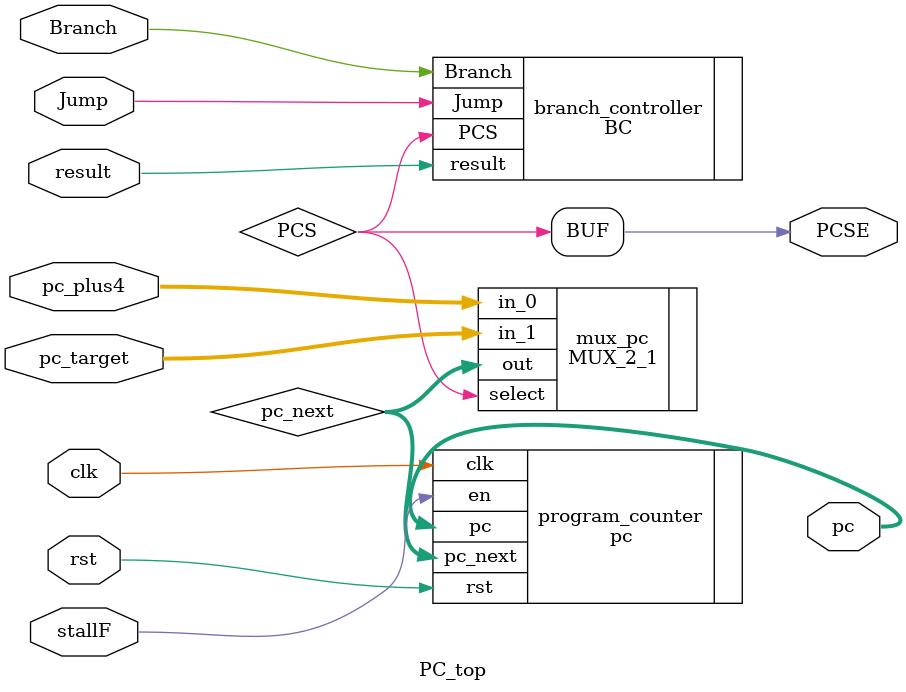
<source format=v>
module PC_top#(parameter SIZE = 32)(

    input wire clk,
    input wire rst,
    input wire [SIZE-1:0] pc_plus4,
    input wire [SIZE-1:0] pc_target,
    input wire [0:0] Jump,
    input wire [0:0] Branch,
    input wire [0:0] result,
    input wire stallF,
    output wire PCSE,
    output wire [SIZE-1:0] pc

    );
    
    wire [SIZE-1:0] pc_next;
    wire PCS;
    
    assign PCSE = PCS;
    
    BC branch_controller (.Jump(Jump),
    .Branch(Branch),
    .result(result),
    .PCS(PCS));
    
    MUX_2_1 #(SIZE) mux_pc (.in_0(pc_plus4),
    .in_1(pc_target),
    .select(PCS),
    .out(pc_next));
    
    pc #(SIZE) program_counter (.clk(clk),
    .rst(rst),
    .en(stallF),
    .pc_next(pc_next),
    .pc(pc));
    
endmodule

</source>
